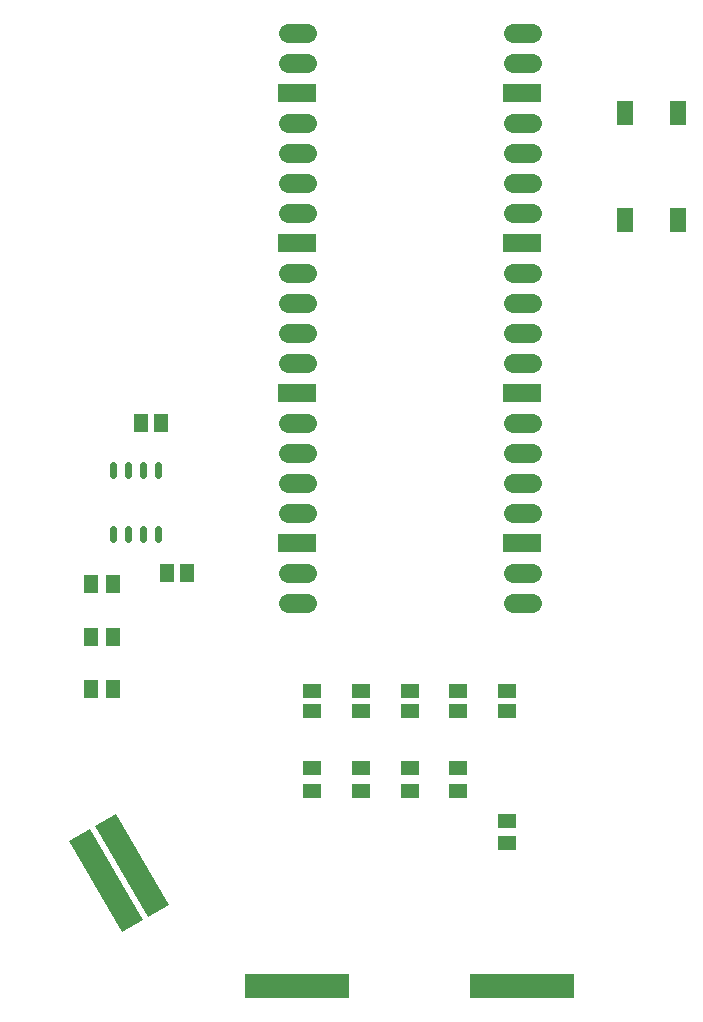
<source format=gbr>
G04 EAGLE Gerber X2 export*
G75*
%MOMM*%
%FSLAX34Y34*%
%LPD*%
%AMOC8*
5,1,8,0,0,1.08239X$1,22.5*%
G01*
%ADD10R,8.890000X2.032000*%
%ADD11R,1.400000X2.100000*%
%ADD12C,1.600000*%
%ADD13R,3.200000X1.600000*%
%ADD14C,0.600000*%
%ADD15R,1.500000X1.300000*%
%ADD16R,1.300000X1.500000*%


D10*
X-95250Y-533400D03*
X95250Y-533400D03*
G36*
X-248376Y-388226D02*
X-203927Y-465214D01*
X-221524Y-475374D01*
X-265973Y-398386D01*
X-248376Y-388226D01*
G37*
G36*
X-270601Y-400926D02*
X-226152Y-477914D01*
X-243749Y-488074D01*
X-288198Y-411086D01*
X-270601Y-400926D01*
G37*
D11*
X181970Y114520D03*
X226970Y114520D03*
X226970Y205520D03*
X181970Y205520D03*
D12*
X-87250Y273050D02*
X-103250Y273050D01*
X-103250Y247650D02*
X-87250Y247650D01*
D13*
X-95250Y222250D03*
D12*
X-87250Y196850D02*
X-103250Y196850D01*
X-103250Y171450D02*
X-87250Y171450D01*
X-87250Y146050D02*
X-103250Y146050D01*
X-103250Y120650D02*
X-87250Y120650D01*
D13*
X-95250Y95250D03*
D12*
X-87250Y69850D02*
X-103250Y69850D01*
X-103250Y44450D02*
X-87250Y44450D01*
X-87250Y19050D02*
X-103250Y19050D01*
X-103250Y-6350D02*
X-87250Y-6350D01*
D13*
X-95250Y-31750D03*
D12*
X-87250Y-57150D02*
X-103250Y-57150D01*
X-103250Y-82550D02*
X-87250Y-82550D01*
X-87250Y-107950D02*
X-103250Y-107950D01*
X-103250Y-133350D02*
X-87250Y-133350D01*
D13*
X-95250Y-158750D03*
D12*
X-87250Y-184150D02*
X-103250Y-184150D01*
X-103250Y-209550D02*
X-87250Y-209550D01*
X87250Y-209550D02*
X103250Y-209550D01*
X103250Y-184150D02*
X87250Y-184150D01*
D13*
X95250Y-158750D03*
D12*
X103250Y-133350D02*
X87250Y-133350D01*
X87250Y-107950D02*
X103250Y-107950D01*
X103250Y-82550D02*
X87250Y-82550D01*
X87250Y-57150D02*
X103250Y-57150D01*
D13*
X95250Y-31750D03*
D12*
X103250Y-6350D02*
X87250Y-6350D01*
X87250Y19050D02*
X103250Y19050D01*
X103250Y44450D02*
X87250Y44450D01*
X87250Y69850D02*
X103250Y69850D01*
D13*
X95250Y95250D03*
D12*
X103250Y120650D02*
X87250Y120650D01*
X87250Y146050D02*
X103250Y146050D01*
X103250Y171450D02*
X87250Y171450D01*
X87250Y196850D02*
X103250Y196850D01*
D13*
X95250Y222250D03*
D12*
X103250Y247650D02*
X87250Y247650D01*
X87250Y273050D02*
X103250Y273050D01*
D14*
X-212725Y-146575D02*
X-212725Y-155075D01*
X-225425Y-155075D02*
X-225425Y-146575D01*
X-238125Y-146575D02*
X-238125Y-155075D01*
X-250825Y-155075D02*
X-250825Y-146575D01*
X-250825Y-101075D02*
X-250825Y-92575D01*
X-238125Y-92575D02*
X-238125Y-101075D01*
X-225425Y-101075D02*
X-225425Y-92575D01*
X-212725Y-92575D02*
X-212725Y-101075D01*
D15*
X0Y-283600D03*
X0Y-300600D03*
D16*
X-269850Y-282575D03*
X-250850Y-282575D03*
X-250850Y-238125D03*
X-269850Y-238125D03*
X-250850Y-193675D03*
X-269850Y-193675D03*
X-227575Y-57150D03*
X-210575Y-57150D03*
X-205350Y-184150D03*
X-188350Y-184150D03*
D15*
X41275Y-283600D03*
X41275Y-300600D03*
X82550Y-283600D03*
X82550Y-300600D03*
X-41275Y-283600D03*
X-41275Y-300600D03*
X82550Y-393725D03*
X82550Y-412725D03*
X-41275Y-368275D03*
X-41275Y-349275D03*
X41275Y-368275D03*
X41275Y-349275D03*
X0Y-368275D03*
X0Y-349275D03*
X-82550Y-283600D03*
X-82550Y-300600D03*
X-82550Y-368275D03*
X-82550Y-349275D03*
M02*

</source>
